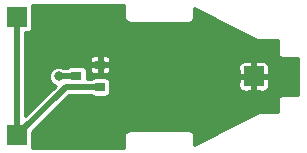
<source format=gbr>
%TF.GenerationSoftware,KiCad,Pcbnew,(5.1.6)-1*%
%TF.CreationDate,2022-09-21T11:03:18-04:00*%
%TF.ProjectId,Amiga-CR1220,416d6967-612d-4435-9231-3232302e6b69,rev?*%
%TF.SameCoordinates,Original*%
%TF.FileFunction,Copper,L2,Bot*%
%TF.FilePolarity,Positive*%
%FSLAX46Y46*%
G04 Gerber Fmt 4.6, Leading zero omitted, Abs format (unit mm)*
G04 Created by KiCad (PCBNEW (5.1.6)-1) date 2022-09-21 11:03:18*
%MOMM*%
%LPD*%
G01*
G04 APERTURE LIST*
%TA.AperFunction,ComponentPad*%
%ADD10R,1.700000X1.700000*%
%TD*%
%TA.AperFunction,SMDPad,CuDef*%
%ADD11R,0.900000X0.800000*%
%TD*%
%TA.AperFunction,ViaPad*%
%ADD12C,0.800000*%
%TD*%
%TA.AperFunction,Conductor*%
%ADD13C,0.500000*%
%TD*%
%TA.AperFunction,Conductor*%
%ADD14C,0.254000*%
%TD*%
G04 APERTURE END LIST*
D10*
%TO.P,J1,1*%
%TO.N,Net-(J1-Pad1)*%
X148500000Y-112000000D03*
%TD*%
%TO.P,J3,1*%
%TO.N,GND*%
X168500000Y-117000000D03*
%TD*%
D11*
%TO.P,Q1,1*%
%TO.N,GND*%
X155500000Y-116000000D03*
%TO.P,Q1,2*%
%TO.N,Net-(J1-Pad1)*%
X155500000Y-117900000D03*
%TO.P,Q1,3*%
%TO.N,+3V0*%
X153500000Y-116950000D03*
%TD*%
D10*
%TO.P,J2,1*%
%TO.N,Net-(J1-Pad1)*%
X148500000Y-122000000D03*
%TD*%
D12*
%TO.N,+3V0*%
X152000000Y-117000000D03*
%TD*%
D13*
%TO.N,Net-(J1-Pad1)*%
X148500000Y-122000000D02*
X148500000Y-112000000D01*
X152600000Y-117900000D02*
X148500000Y-122000000D01*
X155500000Y-117900000D02*
X152600000Y-117900000D01*
%TO.N,+3V0*%
X153450000Y-117000000D02*
X153500000Y-116950000D01*
X152000000Y-117000000D02*
X153450000Y-117000000D01*
%TD*%
D14*
%TO.N,GND*%
G36*
X157548001Y-111977785D02*
G01*
X157545813Y-112000000D01*
X157554540Y-112088607D01*
X157580386Y-112173810D01*
X157622357Y-112252333D01*
X157678841Y-112321159D01*
X157747667Y-112377643D01*
X157826190Y-112419614D01*
X157911393Y-112445460D01*
X157977795Y-112452000D01*
X158000000Y-112454187D01*
X158022205Y-112452000D01*
X162977795Y-112452000D01*
X163000000Y-112454187D01*
X163022205Y-112452000D01*
X163088607Y-112445460D01*
X163173810Y-112419614D01*
X163252333Y-112377643D01*
X163321159Y-112321159D01*
X163377643Y-112252333D01*
X163419614Y-112173810D01*
X163445460Y-112088607D01*
X163454187Y-112000000D01*
X163452000Y-111977795D01*
X163452000Y-111231351D01*
X168792341Y-113901521D01*
X168826190Y-113919614D01*
X168853446Y-113927882D01*
X168880036Y-113938057D01*
X168895943Y-113940773D01*
X168911393Y-113945460D01*
X168939739Y-113948252D01*
X168967803Y-113953044D01*
X169006136Y-113952000D01*
X170548001Y-113952000D01*
X170548000Y-114977795D01*
X170545813Y-115000000D01*
X170554540Y-115088607D01*
X170580386Y-115173810D01*
X170622357Y-115252333D01*
X170644858Y-115279750D01*
X170678841Y-115321159D01*
X170747667Y-115377643D01*
X170826190Y-115419614D01*
X170911393Y-115445460D01*
X171000000Y-115454187D01*
X171022205Y-115452000D01*
X172298000Y-115452000D01*
X172298001Y-118548000D01*
X171022205Y-118548000D01*
X171000000Y-118545813D01*
X170977795Y-118548000D01*
X170911393Y-118554540D01*
X170826190Y-118580386D01*
X170747667Y-118622357D01*
X170678841Y-118678841D01*
X170622357Y-118747667D01*
X170580386Y-118826190D01*
X170554540Y-118911393D01*
X170545813Y-119000000D01*
X170548000Y-119022205D01*
X170548001Y-120048000D01*
X169006136Y-120048000D01*
X168967803Y-120046956D01*
X168939739Y-120051748D01*
X168911393Y-120054540D01*
X168895943Y-120059227D01*
X168880036Y-120061943D01*
X168853446Y-120072118D01*
X168826190Y-120080386D01*
X168792341Y-120098479D01*
X163452000Y-122768649D01*
X163452000Y-122022205D01*
X163454187Y-122000000D01*
X163445460Y-121911393D01*
X163419614Y-121826190D01*
X163377643Y-121747667D01*
X163321159Y-121678841D01*
X163252333Y-121622357D01*
X163173810Y-121580386D01*
X163088607Y-121554540D01*
X163022205Y-121548000D01*
X163000000Y-121545813D01*
X162977795Y-121548000D01*
X158022205Y-121548000D01*
X158000000Y-121545813D01*
X157977795Y-121548000D01*
X157911393Y-121554540D01*
X157826190Y-121580386D01*
X157747667Y-121622357D01*
X157678841Y-121678841D01*
X157622357Y-121747667D01*
X157580386Y-121826190D01*
X157554540Y-121911393D01*
X157545813Y-122000000D01*
X157548001Y-122022215D01*
X157548000Y-123048000D01*
X149728336Y-123048000D01*
X149746405Y-123014196D01*
X149770822Y-122933707D01*
X149779066Y-122850000D01*
X149779066Y-121678356D01*
X152880423Y-118577000D01*
X154724943Y-118577000D01*
X154746605Y-118603395D01*
X154811624Y-118656755D01*
X154885804Y-118696405D01*
X154966293Y-118720822D01*
X155050000Y-118729066D01*
X155950000Y-118729066D01*
X156033707Y-118720822D01*
X156114196Y-118696405D01*
X156188376Y-118656755D01*
X156253395Y-118603395D01*
X156306755Y-118538376D01*
X156346405Y-118464196D01*
X156370822Y-118383707D01*
X156379066Y-118300000D01*
X156379066Y-117850000D01*
X167220934Y-117850000D01*
X167229178Y-117933707D01*
X167253595Y-118014196D01*
X167293245Y-118088376D01*
X167346605Y-118153395D01*
X167411624Y-118206755D01*
X167485804Y-118246405D01*
X167566293Y-118270822D01*
X167650000Y-118279066D01*
X168266250Y-118277000D01*
X168373000Y-118170250D01*
X168373000Y-117127000D01*
X168627000Y-117127000D01*
X168627000Y-118170250D01*
X168733750Y-118277000D01*
X169350000Y-118279066D01*
X169433707Y-118270822D01*
X169514196Y-118246405D01*
X169588376Y-118206755D01*
X169653395Y-118153395D01*
X169706755Y-118088376D01*
X169746405Y-118014196D01*
X169770822Y-117933707D01*
X169779066Y-117850000D01*
X169777000Y-117233750D01*
X169670250Y-117127000D01*
X168627000Y-117127000D01*
X168373000Y-117127000D01*
X167329750Y-117127000D01*
X167223000Y-117233750D01*
X167220934Y-117850000D01*
X156379066Y-117850000D01*
X156379066Y-117500000D01*
X156370822Y-117416293D01*
X156346405Y-117335804D01*
X156306755Y-117261624D01*
X156253395Y-117196605D01*
X156188376Y-117143245D01*
X156114196Y-117103595D01*
X156033707Y-117079178D01*
X155950000Y-117070934D01*
X155050000Y-117070934D01*
X154966293Y-117079178D01*
X154885804Y-117103595D01*
X154811624Y-117143245D01*
X154746605Y-117196605D01*
X154724943Y-117223000D01*
X154379066Y-117223000D01*
X154379066Y-116550000D01*
X154370822Y-116466293D01*
X154350712Y-116400000D01*
X154620934Y-116400000D01*
X154629178Y-116483707D01*
X154653595Y-116564196D01*
X154693245Y-116638376D01*
X154746605Y-116703395D01*
X154811624Y-116756755D01*
X154885804Y-116796405D01*
X154966293Y-116820822D01*
X155050000Y-116829066D01*
X155266250Y-116827000D01*
X155373000Y-116720250D01*
X155373000Y-116127000D01*
X155627000Y-116127000D01*
X155627000Y-116720250D01*
X155733750Y-116827000D01*
X155950000Y-116829066D01*
X156033707Y-116820822D01*
X156114196Y-116796405D01*
X156188376Y-116756755D01*
X156253395Y-116703395D01*
X156306755Y-116638376D01*
X156346405Y-116564196D01*
X156370822Y-116483707D01*
X156379066Y-116400000D01*
X156377000Y-116233750D01*
X156293250Y-116150000D01*
X167220934Y-116150000D01*
X167223000Y-116766250D01*
X167329750Y-116873000D01*
X168373000Y-116873000D01*
X168373000Y-115829750D01*
X168627000Y-115829750D01*
X168627000Y-116873000D01*
X169670250Y-116873000D01*
X169777000Y-116766250D01*
X169779066Y-116150000D01*
X169770822Y-116066293D01*
X169746405Y-115985804D01*
X169706755Y-115911624D01*
X169653395Y-115846605D01*
X169588376Y-115793245D01*
X169514196Y-115753595D01*
X169433707Y-115729178D01*
X169350000Y-115720934D01*
X168733750Y-115723000D01*
X168627000Y-115829750D01*
X168373000Y-115829750D01*
X168266250Y-115723000D01*
X167650000Y-115720934D01*
X167566293Y-115729178D01*
X167485804Y-115753595D01*
X167411624Y-115793245D01*
X167346605Y-115846605D01*
X167293245Y-115911624D01*
X167253595Y-115985804D01*
X167229178Y-116066293D01*
X167220934Y-116150000D01*
X156293250Y-116150000D01*
X156270250Y-116127000D01*
X155627000Y-116127000D01*
X155373000Y-116127000D01*
X154729750Y-116127000D01*
X154623000Y-116233750D01*
X154620934Y-116400000D01*
X154350712Y-116400000D01*
X154346405Y-116385804D01*
X154306755Y-116311624D01*
X154253395Y-116246605D01*
X154188376Y-116193245D01*
X154114196Y-116153595D01*
X154033707Y-116129178D01*
X153950000Y-116120934D01*
X153050000Y-116120934D01*
X152966293Y-116129178D01*
X152885804Y-116153595D01*
X152811624Y-116193245D01*
X152746605Y-116246605D01*
X152693245Y-116311624D01*
X152687164Y-116323000D01*
X152475357Y-116323000D01*
X152391731Y-116267123D01*
X152241227Y-116204782D01*
X152081452Y-116173000D01*
X151918548Y-116173000D01*
X151758773Y-116204782D01*
X151608269Y-116267123D01*
X151472819Y-116357628D01*
X151357628Y-116472819D01*
X151267123Y-116608269D01*
X151204782Y-116758773D01*
X151173000Y-116918548D01*
X151173000Y-117081452D01*
X151204782Y-117241227D01*
X151267123Y-117391731D01*
X151357628Y-117527181D01*
X151472819Y-117642372D01*
X151608269Y-117732877D01*
X151750702Y-117791875D01*
X149177000Y-120365578D01*
X149177000Y-115600000D01*
X154620934Y-115600000D01*
X154623000Y-115766250D01*
X154729750Y-115873000D01*
X155373000Y-115873000D01*
X155373000Y-115279750D01*
X155627000Y-115279750D01*
X155627000Y-115873000D01*
X156270250Y-115873000D01*
X156377000Y-115766250D01*
X156379066Y-115600000D01*
X156370822Y-115516293D01*
X156346405Y-115435804D01*
X156306755Y-115361624D01*
X156253395Y-115296605D01*
X156188376Y-115243245D01*
X156114196Y-115203595D01*
X156033707Y-115179178D01*
X155950000Y-115170934D01*
X155733750Y-115173000D01*
X155627000Y-115279750D01*
X155373000Y-115279750D01*
X155266250Y-115173000D01*
X155050000Y-115170934D01*
X154966293Y-115179178D01*
X154885804Y-115203595D01*
X154811624Y-115243245D01*
X154746605Y-115296605D01*
X154693245Y-115361624D01*
X154653595Y-115435804D01*
X154629178Y-115516293D01*
X154620934Y-115600000D01*
X149177000Y-115600000D01*
X149177000Y-113279066D01*
X149350000Y-113279066D01*
X149433707Y-113270822D01*
X149514196Y-113246405D01*
X149588376Y-113206755D01*
X149653395Y-113153395D01*
X149706755Y-113088376D01*
X149746405Y-113014196D01*
X149770822Y-112933707D01*
X149779066Y-112850000D01*
X149779066Y-111150000D01*
X149770822Y-111066293D01*
X149746405Y-110985804D01*
X149728336Y-110952000D01*
X157548000Y-110952000D01*
X157548001Y-111977785D01*
G37*
X157548001Y-111977785D02*
X157545813Y-112000000D01*
X157554540Y-112088607D01*
X157580386Y-112173810D01*
X157622357Y-112252333D01*
X157678841Y-112321159D01*
X157747667Y-112377643D01*
X157826190Y-112419614D01*
X157911393Y-112445460D01*
X157977795Y-112452000D01*
X158000000Y-112454187D01*
X158022205Y-112452000D01*
X162977795Y-112452000D01*
X163000000Y-112454187D01*
X163022205Y-112452000D01*
X163088607Y-112445460D01*
X163173810Y-112419614D01*
X163252333Y-112377643D01*
X163321159Y-112321159D01*
X163377643Y-112252333D01*
X163419614Y-112173810D01*
X163445460Y-112088607D01*
X163454187Y-112000000D01*
X163452000Y-111977795D01*
X163452000Y-111231351D01*
X168792341Y-113901521D01*
X168826190Y-113919614D01*
X168853446Y-113927882D01*
X168880036Y-113938057D01*
X168895943Y-113940773D01*
X168911393Y-113945460D01*
X168939739Y-113948252D01*
X168967803Y-113953044D01*
X169006136Y-113952000D01*
X170548001Y-113952000D01*
X170548000Y-114977795D01*
X170545813Y-115000000D01*
X170554540Y-115088607D01*
X170580386Y-115173810D01*
X170622357Y-115252333D01*
X170644858Y-115279750D01*
X170678841Y-115321159D01*
X170747667Y-115377643D01*
X170826190Y-115419614D01*
X170911393Y-115445460D01*
X171000000Y-115454187D01*
X171022205Y-115452000D01*
X172298000Y-115452000D01*
X172298001Y-118548000D01*
X171022205Y-118548000D01*
X171000000Y-118545813D01*
X170977795Y-118548000D01*
X170911393Y-118554540D01*
X170826190Y-118580386D01*
X170747667Y-118622357D01*
X170678841Y-118678841D01*
X170622357Y-118747667D01*
X170580386Y-118826190D01*
X170554540Y-118911393D01*
X170545813Y-119000000D01*
X170548000Y-119022205D01*
X170548001Y-120048000D01*
X169006136Y-120048000D01*
X168967803Y-120046956D01*
X168939739Y-120051748D01*
X168911393Y-120054540D01*
X168895943Y-120059227D01*
X168880036Y-120061943D01*
X168853446Y-120072118D01*
X168826190Y-120080386D01*
X168792341Y-120098479D01*
X163452000Y-122768649D01*
X163452000Y-122022205D01*
X163454187Y-122000000D01*
X163445460Y-121911393D01*
X163419614Y-121826190D01*
X163377643Y-121747667D01*
X163321159Y-121678841D01*
X163252333Y-121622357D01*
X163173810Y-121580386D01*
X163088607Y-121554540D01*
X163022205Y-121548000D01*
X163000000Y-121545813D01*
X162977795Y-121548000D01*
X158022205Y-121548000D01*
X158000000Y-121545813D01*
X157977795Y-121548000D01*
X157911393Y-121554540D01*
X157826190Y-121580386D01*
X157747667Y-121622357D01*
X157678841Y-121678841D01*
X157622357Y-121747667D01*
X157580386Y-121826190D01*
X157554540Y-121911393D01*
X157545813Y-122000000D01*
X157548001Y-122022215D01*
X157548000Y-123048000D01*
X149728336Y-123048000D01*
X149746405Y-123014196D01*
X149770822Y-122933707D01*
X149779066Y-122850000D01*
X149779066Y-121678356D01*
X152880423Y-118577000D01*
X154724943Y-118577000D01*
X154746605Y-118603395D01*
X154811624Y-118656755D01*
X154885804Y-118696405D01*
X154966293Y-118720822D01*
X155050000Y-118729066D01*
X155950000Y-118729066D01*
X156033707Y-118720822D01*
X156114196Y-118696405D01*
X156188376Y-118656755D01*
X156253395Y-118603395D01*
X156306755Y-118538376D01*
X156346405Y-118464196D01*
X156370822Y-118383707D01*
X156379066Y-118300000D01*
X156379066Y-117850000D01*
X167220934Y-117850000D01*
X167229178Y-117933707D01*
X167253595Y-118014196D01*
X167293245Y-118088376D01*
X167346605Y-118153395D01*
X167411624Y-118206755D01*
X167485804Y-118246405D01*
X167566293Y-118270822D01*
X167650000Y-118279066D01*
X168266250Y-118277000D01*
X168373000Y-118170250D01*
X168373000Y-117127000D01*
X168627000Y-117127000D01*
X168627000Y-118170250D01*
X168733750Y-118277000D01*
X169350000Y-118279066D01*
X169433707Y-118270822D01*
X169514196Y-118246405D01*
X169588376Y-118206755D01*
X169653395Y-118153395D01*
X169706755Y-118088376D01*
X169746405Y-118014196D01*
X169770822Y-117933707D01*
X169779066Y-117850000D01*
X169777000Y-117233750D01*
X169670250Y-117127000D01*
X168627000Y-117127000D01*
X168373000Y-117127000D01*
X167329750Y-117127000D01*
X167223000Y-117233750D01*
X167220934Y-117850000D01*
X156379066Y-117850000D01*
X156379066Y-117500000D01*
X156370822Y-117416293D01*
X156346405Y-117335804D01*
X156306755Y-117261624D01*
X156253395Y-117196605D01*
X156188376Y-117143245D01*
X156114196Y-117103595D01*
X156033707Y-117079178D01*
X155950000Y-117070934D01*
X155050000Y-117070934D01*
X154966293Y-117079178D01*
X154885804Y-117103595D01*
X154811624Y-117143245D01*
X154746605Y-117196605D01*
X154724943Y-117223000D01*
X154379066Y-117223000D01*
X154379066Y-116550000D01*
X154370822Y-116466293D01*
X154350712Y-116400000D01*
X154620934Y-116400000D01*
X154629178Y-116483707D01*
X154653595Y-116564196D01*
X154693245Y-116638376D01*
X154746605Y-116703395D01*
X154811624Y-116756755D01*
X154885804Y-116796405D01*
X154966293Y-116820822D01*
X155050000Y-116829066D01*
X155266250Y-116827000D01*
X155373000Y-116720250D01*
X155373000Y-116127000D01*
X155627000Y-116127000D01*
X155627000Y-116720250D01*
X155733750Y-116827000D01*
X155950000Y-116829066D01*
X156033707Y-116820822D01*
X156114196Y-116796405D01*
X156188376Y-116756755D01*
X156253395Y-116703395D01*
X156306755Y-116638376D01*
X156346405Y-116564196D01*
X156370822Y-116483707D01*
X156379066Y-116400000D01*
X156377000Y-116233750D01*
X156293250Y-116150000D01*
X167220934Y-116150000D01*
X167223000Y-116766250D01*
X167329750Y-116873000D01*
X168373000Y-116873000D01*
X168373000Y-115829750D01*
X168627000Y-115829750D01*
X168627000Y-116873000D01*
X169670250Y-116873000D01*
X169777000Y-116766250D01*
X169779066Y-116150000D01*
X169770822Y-116066293D01*
X169746405Y-115985804D01*
X169706755Y-115911624D01*
X169653395Y-115846605D01*
X169588376Y-115793245D01*
X169514196Y-115753595D01*
X169433707Y-115729178D01*
X169350000Y-115720934D01*
X168733750Y-115723000D01*
X168627000Y-115829750D01*
X168373000Y-115829750D01*
X168266250Y-115723000D01*
X167650000Y-115720934D01*
X167566293Y-115729178D01*
X167485804Y-115753595D01*
X167411624Y-115793245D01*
X167346605Y-115846605D01*
X167293245Y-115911624D01*
X167253595Y-115985804D01*
X167229178Y-116066293D01*
X167220934Y-116150000D01*
X156293250Y-116150000D01*
X156270250Y-116127000D01*
X155627000Y-116127000D01*
X155373000Y-116127000D01*
X154729750Y-116127000D01*
X154623000Y-116233750D01*
X154620934Y-116400000D01*
X154350712Y-116400000D01*
X154346405Y-116385804D01*
X154306755Y-116311624D01*
X154253395Y-116246605D01*
X154188376Y-116193245D01*
X154114196Y-116153595D01*
X154033707Y-116129178D01*
X153950000Y-116120934D01*
X153050000Y-116120934D01*
X152966293Y-116129178D01*
X152885804Y-116153595D01*
X152811624Y-116193245D01*
X152746605Y-116246605D01*
X152693245Y-116311624D01*
X152687164Y-116323000D01*
X152475357Y-116323000D01*
X152391731Y-116267123D01*
X152241227Y-116204782D01*
X152081452Y-116173000D01*
X151918548Y-116173000D01*
X151758773Y-116204782D01*
X151608269Y-116267123D01*
X151472819Y-116357628D01*
X151357628Y-116472819D01*
X151267123Y-116608269D01*
X151204782Y-116758773D01*
X151173000Y-116918548D01*
X151173000Y-117081452D01*
X151204782Y-117241227D01*
X151267123Y-117391731D01*
X151357628Y-117527181D01*
X151472819Y-117642372D01*
X151608269Y-117732877D01*
X151750702Y-117791875D01*
X149177000Y-120365578D01*
X149177000Y-115600000D01*
X154620934Y-115600000D01*
X154623000Y-115766250D01*
X154729750Y-115873000D01*
X155373000Y-115873000D01*
X155373000Y-115279750D01*
X155627000Y-115279750D01*
X155627000Y-115873000D01*
X156270250Y-115873000D01*
X156377000Y-115766250D01*
X156379066Y-115600000D01*
X156370822Y-115516293D01*
X156346405Y-115435804D01*
X156306755Y-115361624D01*
X156253395Y-115296605D01*
X156188376Y-115243245D01*
X156114196Y-115203595D01*
X156033707Y-115179178D01*
X155950000Y-115170934D01*
X155733750Y-115173000D01*
X155627000Y-115279750D01*
X155373000Y-115279750D01*
X155266250Y-115173000D01*
X155050000Y-115170934D01*
X154966293Y-115179178D01*
X154885804Y-115203595D01*
X154811624Y-115243245D01*
X154746605Y-115296605D01*
X154693245Y-115361624D01*
X154653595Y-115435804D01*
X154629178Y-115516293D01*
X154620934Y-115600000D01*
X149177000Y-115600000D01*
X149177000Y-113279066D01*
X149350000Y-113279066D01*
X149433707Y-113270822D01*
X149514196Y-113246405D01*
X149588376Y-113206755D01*
X149653395Y-113153395D01*
X149706755Y-113088376D01*
X149746405Y-113014196D01*
X149770822Y-112933707D01*
X149779066Y-112850000D01*
X149779066Y-111150000D01*
X149770822Y-111066293D01*
X149746405Y-110985804D01*
X149728336Y-110952000D01*
X157548000Y-110952000D01*
X157548001Y-111977785D01*
%TD*%
M02*

</source>
